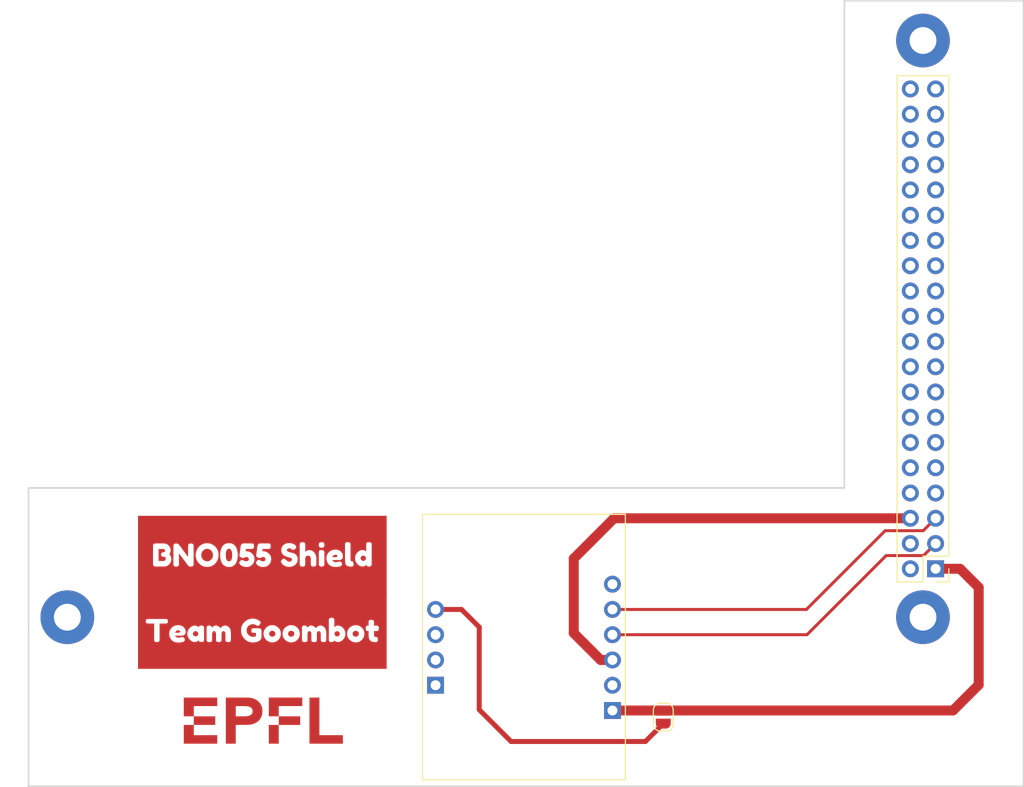
<source format=kicad_pcb>
(kicad_pcb (version 20221018) (generator pcbnew)
  (layers (0 "F.Cu" signal) (31 "B.Cu" signal) (34 "B.Paste" user) (35 "F.Paste" user) (36 "B.SilkS" user "B.Silkscreen") (37 "F.SilkS" user "F.Silkscreen") (38 "B.Mask" user) (39 "F.Mask" user) (44 "Edge.Cuts" user))
  (net 0 "")
  (net 1 "+3V3")
  (net 2 "GND")
  (net 3 "/SDA")
  (net 4 "/SCL")
  (net 5 "Net-(JP1-A)")
  (footprint "kibuzzard-6431C73E" (layer "F.Cu") (at 124.3 124.4)
    (fp_text reference "kibuzzard-6431C73E" hide)
    (fp_text value "G***" hide)
    (fp_poly (pts (xy 7.431087 0.265113) (xy 7.551738 0.163513) (xy 7.496175 0.046038) (xy 7.337425 0.001588) (xy 7.132637 0.085725) (xy 7.031037 0.265113) (xy 7.431087 0.265113)) (fill solid) (layer "F.Cu"))
    (fp_poly (pts (xy 9.952038 0.563563) (xy 10.152063 0.649288) (xy 10.347325 0.563563) (xy 10.425113 0.37465) (xy 10.3505 0.182563) (xy 10.148888 0.093663) (xy 9.945688 0.180975) (xy 9.869488 0.373063) (xy 9.952038 0.563563)) (fill solid) (layer "F.Cu"))
    (fp_poly (pts (xy -9.707563 0.427038) (xy -9.725025 0.306388) (xy -9.783763 0.242888) (xy -9.961563 0.217488) (xy -10.133013 0.173038) (xy -10.190163 -0.009525) (xy -10.131425 -0.192087) (xy -9.936163 -0.236537) (xy -9.783763 -0.303212) (xy -9.774238 -0.417512) (xy -9.826625 -0.528637) (xy -9.983788 -0.560387) (xy -10.428288 -0.560387) (xy -10.428288 0.642938) (xy -9.907588 0.642938) (xy -9.757569 0.588963) (xy -9.707563 0.427038)) (fill solid) (layer "F.Cu"))
    (fp_poly (pts (xy -3.357563 0.687388) (xy -3.214489 0.648494) (xy -3.112294 0.531812) (xy -3.050977 0.337344) (xy -3.030538 0.065088) (xy -3.030538 0.046038) (xy -3.050778 -0.233164) (xy -3.1115 -0.432594) (xy -3.212703 -0.552252) (xy -3.354388 -0.592137) (xy -3.496072 -0.552152) (xy -3.597275 -0.432197) (xy -3.657997 -0.232271) (xy -3.678238 0.047625) (xy -3.658195 0.327521) (xy -3.598069 0.527447) (xy -3.497858 0.647402) (xy -3.357563 0.687388)) (fill solid) (layer "F.Cu"))
    (fp_poly (pts (xy -6.138863 0.049213) (xy -6.118578 0.225778) (xy -6.057724 0.378707) (xy -5.9563 0.508) (xy -5.763022 0.640159) (xy -5.548313 0.684213) (xy -5.334 0.64135) (xy -5.141913 0.512763) (xy -5.041371 0.38541) (xy -4.981046 0.231951) (xy -4.960938 0.052388) (xy -4.981222 -0.127529) (xy -5.042076 -0.282046) (xy -5.1435 -0.411162) (xy -5.336778 -0.542131) (xy -5.551487 -0.585787) (xy -5.7658 -0.541734) (xy -5.957888 -0.409575) (xy -6.058429 -0.280282) (xy -6.118754 -0.127353) (xy -6.138863 0.049213)) (fill solid) (layer "F.Cu"))
    (fp_poly (pts (xy -11.833903 -3.898371) (xy -12.495361 -3.898371) (xy -12.495361 3.898371) (xy -11.833903 3.898371) (xy -9.875838 3.898371) (xy -9.875838 1.204913) (xy -10.710863 1.204913) (xy -10.887075 1.17475) (xy -10.971213 1.084263) (xy -10.990263 0.919163) (xy -10.990263 -0.842962) (xy -10.9855 -0.954088) (xy -10.955338 -1.036637) (xy -10.8712 -1.100931) (xy -10.707688 -1.122362) (xy -9.907588 -1.122362) (xy -9.723438 -1.099785) (xy -9.560454 -1.032051) (xy -9.418638 -0.919163) (xy -9.303985 -0.772407) (xy -9.235193 -0.607307) (xy -9.212263 -0.423862) (xy -9.242425 -0.223044) (xy -9.332913 -0.039687) (xy -9.228843 0.114476) (xy -9.166401 0.280635) (xy -9.145588 0.458788) (xy -9.172575 0.658989) (xy -9.245071 0.83626) (xy -9.363075 0.9906) (xy -9.513888 1.109663) (xy -9.684808 1.1811) (xy -9.875838 1.204913) (xy -9.875838 3.898371) (xy -7.189788 3.898371) (xy -7.189788 1.208088) (xy -7.361238 1.189038) (xy -7.440613 1.128713) (xy -7.665156 0.829557) (xy -7.862535 0.56709) (xy -8.03275 0.341313) (xy -8.175801 0.152224) (xy -8.291689 -0.000176) (xy -8.380413 -0.115887) (xy -8.380413 0.928688) (xy -8.385175 1.039813) (xy -8.415338 1.122363) (xy -8.499475 1.186656) (xy -8.662988 1.208088) (xy -8.821738 1.186656) (xy -8.904288 1.122363) (xy -8.93445 1.036638) (xy -8.939213 0.925513) (xy -8.939213 -0.846137) (xy -8.90905 -1.02235) (xy -8.818563 -1.096962) (xy -8.662988 -1.116013) (xy -8.512175 -1.09855) (xy -8.434388 -1.058862) (xy -8.361363 -0.976312) (xy -8.150401 -0.689769) (xy -7.964135 -0.437621) (xy -7.802563 -0.219869) (xy -7.665685 -0.036512) (xy -7.553501 0.112448) (xy -7.466013 0.227013) (xy -7.466013 -0.846137) (xy -7.43585 -1.02235) (xy -7.345363 -1.096962) (xy -7.19455 -1.116013) (xy -7.0485 -1.100137) (xy -6.96595 -1.062037) (xy -6.926263 -0.995362) (xy -6.907213 -0.833437) (xy -6.907213 0.928688) (xy -6.911975 1.039813) (xy -6.942138 1.122363) (xy -7.026275 1.186656) (xy -7.189788 1.208088) (xy -7.189788 3.898371) (xy -5.541963 3.898371) (xy -5.541963 1.246188) (xy -5.774234 1.224359) (xy -5.988447 1.158875) (xy -6.184602 1.049734) (xy -6.3627 0.896938) (xy -6.510635 0.713978) (xy -6.616303 0.51435) (xy -6.679704 0.298053) (xy -6.700838 0.065088) (xy -6.677025 -0.190103) (xy -6.605588 -0.428625) (xy -6.494463 -0.640159) (xy -6.351588 -0.814387) (xy -6.180931 -0.953294) (xy -5.986463 -1.058862) (xy -5.776913 -1.125537) (xy -5.561013 -1.147762) (xy -5.333802 -1.12653) (xy -5.122069 -1.062831) (xy -4.925814 -0.956667) (xy -4.745038 -0.808037) (xy -4.59363 -0.627955) (xy -4.485481 -0.427434) (xy -4.420592 -0.206474) (xy -4.398963 0.034925) (xy -4.4196 0.277217) (xy -4.481513 0.500856) (xy -4.5847 0.705842) (xy -4.729163 0.892175) (xy -4.903788 1.047055) (xy -5.097463 1.157684) (xy -5.310188 1.224062) (xy -5.541963 1.246188) (xy -5.541963 3.898371) (xy -3.351213 3.898371) (xy -3.351213 1.252538) (xy -3.554809 1.231503) (xy -3.7338 1.1684) (xy -3.882231 1.074341) (xy -3.99415 0.960438) (xy -4.079478 0.824706) (xy -4.148138 0.665163) (xy -4.19929 0.475015) (xy -4.229982 0.26864) (xy -4.240213 0.046038) (xy -4.231922 -0.155399) (xy -4.207051 -0.336374) (xy -4.1656 -0.496887) (xy -4.086622 -0.698103) (xy -3.998913 -0.8509) (xy -3.888184 -0.969169) (xy -3.74015 -1.0668) (xy -3.560366 -1.132284) (xy -3.354388 -1.154113) (xy -3.149203 -1.132681) (xy -2.9718 -1.068388) (xy -2.82575 -0.972344) (xy -2.714625 -0.855662) (xy -2.630091 -0.71755) (xy -2.563812 -0.557212) (xy -2.510896 -0.362832) (xy -2.479146 -0.16069) (xy -2.468562 0.049213) (xy -2.484041 0.321667) (xy -2.530475 0.564356) (xy -2.607866 0.77728) (xy -2.716212 0.960438) (xy -2.826147 1.076325) (xy -2.9718 1.169988) (xy -3.148409 1.2319) (xy -3.351213 1.252538) (xy -3.351213 3.898371) (xy -1.582738 3.898371) (xy -1.582738 1.252538) (xy -1.773237 1.235957) (xy -1.951038 1.186215) (xy -2.116138 1.103313) (xy -2.195513 1.042988) (xy -2.220912 1.020763) (xy -2.341563 0.830263) (xy -2.224087 0.623888) (xy -2.039938 0.519113) (xy -1.827212 0.620713) (xy -1.628775 0.687388) (xy -1.419225 0.627063) (xy -1.350963 0.460375) (xy -1.425575 0.2921) (xy -1.595438 0.230188) (xy -1.747838 0.287338) (xy -1.920875 0.360363) (xy -2.1209 0.300038) (xy -2.268537 0.2032) (xy -2.303463 0.125413) (xy -2.287588 -0.023019) (xy -2.239963 -0.385762) (xy -2.191544 -0.74295) (xy -2.173288 -0.874712) (xy -2.151063 -0.941387) (xy -2.105025 -1.027112) (xy -2.022475 -1.095375) (xy -1.893888 -1.125537) (xy -1.411288 -1.122362) (xy -1.112838 -1.122362) (xy -1.001713 -1.1176) (xy -0.919163 -1.087437) (xy -0.854869 -1.001713) (xy -0.833437 -0.833437) (xy -0.853281 -0.680244) (xy -0.912813 -0.601662) (xy -0.9906 -0.5715) (xy -1.093788 -0.566737) (xy -1.649413 -0.566737) (xy -1.681163 -0.325437) (xy -1.570037 -0.331787) (xy -1.375657 -0.306564) (xy -1.194682 -0.230893) (xy -1.027113 -0.104775) (xy -0.893057 0.057856) (xy -0.812624 0.243064) (xy -0.785812 0.45085) (xy -0.811213 0.659694) (xy -0.887412 0.848078) (xy -1.014413 1.016) (xy -1.17916 1.14741) (xy -1.368601 1.226256) (xy -1.582738 1.252538) (xy -1.582738 3.898371) (xy 0.100013 3.898371) (xy 0.100013 1.252538) (xy -0.090487 1.235957) (xy -0.268288 1.186215) (xy -0.433388 1.103313) (xy -0.512763 1.042988) (xy -0.538162 1.020763) (xy -0.658813 0.830263) (xy -0.541337 0.623888) (xy -0.357188 0.519113) (xy -0.144462 0.620713) (xy 0.053975 0.687388) (xy 0.263525 0.627063) (xy 0.331787 0.460375) (xy 0.257175 0.2921) (xy 0.087312 0.230188) (xy -0.065088 0.287338) (xy -0.238125 0.360363) (xy -0.43815 0.300038) (xy -0.585787 0.2032) (xy -0.620713 0.125413) (xy -0.604838 -0.023019) (xy -0.557213 -0.385762) (xy -0.508794 -0.74295) (xy -0.490537 -0.874712) (xy -0.468313 -0.941387) (xy -0.422275 -1.027112) (xy -0.339725 -1.095375) (xy -0.211138 -1.125537) (xy 0.271462 -1.122362) (xy 0.569912 -1.122362) (xy 0.681037 -1.1176) (xy 0.763587 -1.087437) (xy 0.827881 -1.001713) (xy 0.849313 -0.833437) (xy 0.829469 -0.680244) (xy 0.769937 -0.601662) (xy 0.69215 -0.5715) (xy 0.588962 -0.566737) (xy 0.033337 -0.566737) (xy 0.001588 -0.325437) (xy 0.112713 -0.331787) (xy 0.307093 -0.306564) (xy 0.488068 -0.230893) (xy 0.655637 -0.104775) (xy 0.789693 0.057856) (xy 0.870126 0.243064) (xy 0.896938 0.45085) (xy 0.871537 0.659694) (xy 0.795338 0.848078) (xy 0.668337 1.016) (xy 0.50359 1.14741) (xy 0.314149 1.226256) (xy 0.100013 1.252538) (xy 0.100013 3.898371) (xy 2.703512 3.898371) (xy 2.703512 1.239838) (xy 2.558256 1.230709) (xy 2.420937 1.203325) (xy 2.205037 1.112838) (xy 2.062162 1.012825) (xy 1.970087 0.915988) (xy 1.941513 0.881063) (xy 1.858962 0.6985) (xy 1.893094 0.604441) (xy 1.995488 0.484188) (xy 2.163762 0.407987) (xy 2.270125 0.447675) (xy 2.411412 0.566738) (xy 2.538413 0.669925) (xy 2.690813 0.719138) (xy 2.854854 0.692326) (xy 2.953279 0.611893) (xy 2.986088 0.477838) (xy 2.905125 0.3556) (xy 2.703512 0.284163) (xy 2.5781 0.255191) (xy 2.443163 0.212725) (xy 2.308225 0.159147) (xy 2.182813 0.096838) (xy 2.072084 0.010716) (xy 1.9812 -0.1143) (xy 1.920478 -0.273447) (xy 1.900238 -0.461962) (xy 1.923344 -0.640292) (xy 1.992665 -0.802746) (xy 2.1082 -0.949325) (xy 2.263599 -1.06486) (xy 2.452511 -1.134181) (xy 2.674938 -1.157287) (xy 2.857103 -1.144984) (xy 3.0226 -1.108075) (xy 3.240088 -1.008062) (xy 3.319462 -0.947737) (xy 3.417888 -0.792163) (xy 3.341687 -0.617538) (xy 3.23215 -0.498475) (xy 3.119437 -0.458787) (xy 2.954337 -0.522287) (xy 2.917825 -0.554037) (xy 2.868613 -0.595312) (xy 2.69875 -0.636588) (xy 2.5273 -0.587375) (xy 2.459037 -0.45085) (xy 2.54 -0.309562) (xy 2.741613 -0.236537) (xy 2.867819 -0.212328) (xy 3.005137 -0.1778) (xy 3.142456 -0.133747) (xy 3.268663 -0.080962) (xy 3.379391 -0.002778) (xy 3.470275 0.117475) (xy 3.530997 0.275034) (xy 3.551237 0.465138) (xy 3.5306 0.659209) (xy 3.468687 0.828675) (xy 3.373438 0.967978) (xy 3.252787 1.071563) (xy 3.077457 1.165049) (xy 2.894365 1.22114) (xy 2.703512 1.239838) (xy 2.703512 3.898371) (xy 5.145088 3.898371) (xy 5.145088 1.208088) (xy 4.987925 1.18745) (xy 4.903788 1.125538) (xy 4.873625 1.039813) (xy 4.868863 0.925513) (xy 4.868863 0.369888) (xy 4.795838 0.166688) (xy 4.6101 0.093663) (xy 4.411663 0.161925) (xy 4.313238 0.315913) (xy 4.313238 0.931863) (xy 4.308475 1.0414) (xy 4.278313 1.125538) (xy 4.196556 1.18745) (xy 4.033838 1.208088) (xy 3.872706 1.186656) (xy 3.789363 1.122363) (xy 3.762375 1.039813) (xy 3.757612 0.928688) (xy 3.757612 -0.969962) (xy 3.762375 -1.0795) (xy 3.789363 -1.160462) (xy 3.8735 -1.224756) (xy 4.037013 -1.246187) (xy 4.19735 -1.224756) (xy 4.278313 -1.160462) (xy 4.308475 -1.076325) (xy 4.313238 -0.966788) (xy 4.313238 -0.265113) (xy 4.485481 -0.410369) (xy 4.684713 -0.458787) (xy 4.884561 -0.431976) (xy 5.060774 -0.351543) (xy 5.21335 -0.217487) (xy 5.330649 -0.044626) (xy 5.401028 0.152224) (xy 5.424488 0.373063) (xy 5.424488 0.931863) (xy 5.419725 1.0414) (xy 5.389563 1.125538) (xy 5.307806 1.18745) (xy 5.145088 1.208088) (xy 5.145088 3.898371) (xy 5.954713 3.898371) (xy 5.954713 1.208088) (xy 5.793581 1.186656) (xy 5.710238 1.122363) (xy 5.68325 1.039813) (xy 5.678487 0.928688) (xy 5.678487 -0.185737) (xy 5.68325 -0.295275) (xy 5.710238 -0.379412) (xy 5.794375 -0.441325) (xy 5.9563 -0.461762) (xy 5.9563 -0.690562) (xy 5.795963 -0.709612) (xy 5.711825 -0.776287) (xy 5.68325 -0.860425) (xy 5.678487 -0.969962) (xy 5.68325 -1.0795) (xy 5.710238 -1.160462) (xy 5.794375 -1.224756) (xy 5.957888 -1.246187) (xy 6.118225 -1.224756) (xy 6.199187 -1.160462) (xy 6.22935 -1.076325) (xy 6.234112 -0.966788) (xy 6.22935 -0.85725) (xy 6.200775 -0.7747) (xy 6.116637 -0.709612) (xy 5.9563 -0.690562) (xy 5.9563 -0.461762) (xy 5.957888 -0.461962) (xy 6.173788 -0.407987) (xy 6.230938 -0.271462) (xy 6.234112 -0.179387) (xy 6.234112 0.931863) (xy 6.22935 1.0414) (xy 6.199187 1.125538) (xy 6.117431 1.18745) (xy 5.954713 1.208088) (xy 5.954713 3.898371) (xy 7.342188 3.898371) (xy 7.342188 1.249363) (xy 7.120334 1.229122) (xy 6.924675 1.1684) (xy 6.762353 1.074341) (xy 6.640513 0.954088) (xy 6.529387 0.775935) (xy 6.462713 0.584376) (xy 6.440488 0.379413) (xy 6.469239 0.130528) (xy 6.555493 -0.082726) (xy 6.69925 -0.26035) (xy 6.886046 -0.393524) (xy 7.101417 -0.473428) (xy 7.345363 -0.500062) (xy 7.551341 -0.480616) (xy 7.72795 -0.422275) (xy 7.875191 -0.325041) (xy 7.993063 -0.188912) (xy 8.074025 -0.016272) (xy 8.101012 0.17145) (xy 8.076803 0.341313) (xy 8.004175 0.460375) (xy 7.789863 0.554038) (xy 7.037387 0.554038) (xy 7.142163 0.703263) (xy 7.351713 0.763588) (xy 7.516019 0.754063) (xy 7.640638 0.725488) (xy 7.675563 0.712788) (xy 7.802563 0.677863) (xy 7.977188 0.820738) (xy 8.018463 0.966788) (xy 7.976195 1.090414) (xy 7.849394 1.178719) (xy 7.638058 1.231702) (xy 7.342188 1.249363) (xy 7.342188 3.898371) (xy 8.967788 3.898371) (xy 8.967788 1.209675) (xy 8.713788 1.195388) (xy 8.512175 1.139031) (xy 8.396288 1.033463) (xy 8.329613 0.83185) (xy 8.307388 0.538163) (xy 8.307388 -0.973137) (xy 8.31215 -1.082675) (xy 8.339138 -1.166813) (xy 8.423275 -1.231106) (xy 8.586788 -1.252538) (xy 8.74395 -1.231106) (xy 8.828088 -1.166813) (xy 8.85825 -1.081088) (xy 8.863013 -0.969962) (xy 8.863013 0.500063) (xy 8.882063 0.644525) (xy 8.9662 0.674688) (xy 9.053513 0.67945) (xy 9.107488 0.706437) (xy 9.170988 0.931863) (xy 9.155113 1.092994) (xy 9.107488 1.176338) (xy 8.967788 1.209675) (xy 8.967788 3.898371) (xy 10.68705 3.898371) (xy 10.68705 1.204913) (xy 10.515203 1.166019) (xy 10.440988 1.049338) (xy 10.281444 1.163638) (xy 10.069513 1.201738) (xy 9.884657 1.174044) (xy 9.71109 1.090965) (xy 9.548813 0.9525) (xy 9.418285 0.777169) (xy 9.339968 0.583494) (xy 9.313863 0.371475) (xy 9.340144 0.159279) (xy 9.41899 -0.034925) (xy 9.5504 -0.211137) (xy 9.713207 -0.350485) (xy 9.886244 -0.434093) (xy 10.069513 -0.461962) (xy 10.278269 -0.422275) (xy 10.434638 -0.303212) (xy 10.434638 -0.969962) (xy 10.4394 -1.0795) (xy 10.467975 -1.16205) (xy 10.552113 -1.227138) (xy 10.71245 -1.246187) (xy 10.872788 -1.227138) (xy 10.956925 -1.160462) (xy 10.9855 -1.076325) (xy 10.990263 -0.966788) (xy 10.990263 0.928688) (xy 10.9855 1.038225) (xy 10.955338 1.119188) (xy 10.864453 1.183481) (xy 10.68705 1.204913) (xy 10.68705 3.898371) (xy 11.833903 3.898371) (xy 12.495361 3.898371) (xy 12.495361 -3.898371) (xy 11.833903 -3.898371) (xy -11.833903 -3.898371)) (fill solid) (layer "F.Cu"))
  )
  (footprint "0_sensor:BNO055" (layer "F.Cu") (at 159.49 135 90)
    (fp_text reference "U1" hide)
    (fp_text value "~")
    (fp_rect (start -12.05 -19.1) (end 14.65 1.3) (stroke (width 0.12)) (fill none) (layer "F.SilkS"))
    (pad "1" thru_hole rect (at -5.08 0 180) (size 1.7 1.7) (drill 1) (layers "*.Cu" "*.Mask") (net 1 "+3V3"))
    (pad "2" thru_hole oval (at -2.54 0 180) (size 1.7 1.7) (drill 1) (layers "*.Cu" "*.Mask"))
    (pad "3" thru_hole oval (at 0 0 180) (size 1.7 1.7) (drill 1) (layers "*.Cu" "*.Mask") (net 2 "GND"))
    (pad "4" thru_hole oval (at 2.54 0 180) (size 1.7 1.7) (drill 1) (layers "*.Cu" "*.Mask") (net 3 "/SDA"))
    (pad "5" thru_hole oval (at 5.08 0 180) (size 1.7 1.7) (drill 1) (layers "*.Cu" "*.Mask") (net 4 "/SCL"))
    (pad "6" thru_hole oval (at 7.62 0 180) (size 1.7 1.7) (drill 1) (layers "*.Cu" "*.Mask"))
    (pad "7" thru_hole oval (at 5.08 -17.78 180) (size 1.7 1.7) (drill 1) (layers "*.Cu" "*.Mask") (net 5 "Net-(JP1-A)"))
    (pad "8" thru_hole oval (at 2.54 -17.78 180) (size 1.7 1.7) (drill 1) (layers "*.Cu" "*.Mask"))
    (pad "9" thru_hole oval (at 0 -17.78 180) (size 1.7 1.7) (drill 1) (layers "*.Cu" "*.Mask"))
    (pad "10" thru_hole rect (at -2.54 -17.78 180) (size 1.7 1.7) (drill 1) (layers "*.Cu" "*.Mask"))
  )
  (footprint "kibuzzard-6431C739" (layer "F.Cu") (at 124.3 132)
    (fp_text reference "kibuzzard-6431C739" hide)
    (fp_text value "G***" hide)
    (fp_poly (pts (xy -8.372475 0.263525) (xy -8.251825 0.161925) (xy -8.307388 0.04445) (xy -8.466138 0) (xy -8.670925 0.084137) (xy -8.772525 0.263525) (xy -8.372475 0.263525)) (fill solid) (layer "F.Cu"))
    (fp_poly (pts (xy -6.988175 0.371475) (xy -6.905625 0.560387) (xy -6.7056 0.644525) (xy -6.510338 0.5588) (xy -6.43255 0.369887) (xy -6.507163 0.1778) (xy -6.707188 0.0889) (xy -6.910388 0.1778) (xy -6.988175 0.371475)) (fill solid) (layer "F.Cu"))
    (fp_poly (pts (xy 7.319963 0.561975) (xy 7.515225 0.6477) (xy 7.71525 0.561975) (xy 7.7978 0.371475) (xy 7.7216 0.179387) (xy 7.5184 0.092075) (xy 7.316788 0.180975) (xy 7.242175 0.373062) (xy 7.319963 0.561975)) (fill solid) (layer "F.Cu"))
    (fp_poly (pts (xy 0.784225 0.598487) (xy 0.9906 0.676275) (xy 1.20015 0.5969) (xy 1.278731 0.498475) (xy 1.304925 0.36195) (xy 1.280319 0.226219) (xy 1.2065 0.130175) (xy 0.993775 0.053975) (xy 0.78105 0.13335) (xy 0.707231 0.231378) (xy 0.682625 0.366712) (xy 0.708025 0.50165) (xy 0.784225 0.598487)) (fill solid) (layer "F.Cu"))
    (fp_poly (pts (xy 2.689225 0.598487) (xy 2.8956 0.676275) (xy 3.10515 0.5969) (xy 3.183731 0.498475) (xy 3.209925 0.36195) (xy 3.185319 0.226219) (xy 3.1115 0.130175) (xy 2.898775 0.053975) (xy 2.68605 0.13335) (xy 2.612231 0.231378) (xy 2.587625 0.366712) (xy 2.613025 0.50165) (xy 2.689225 0.598487)) (fill solid) (layer "F.Cu"))
    (fp_poly (pts (xy 9.17575 0.598487) (xy 9.382125 0.676275) (xy 9.591675 0.5969) (xy 9.670256 0.498475) (xy 9.69645 0.36195) (xy 9.671844 0.226219) (xy 9.598025 0.130175) (xy 9.3853 0.053975) (xy 9.172575 0.13335) (xy 9.098756 0.231378) (xy 9.07415 0.366712) (xy 9.09955 0.50165) (xy 9.17575 0.598487)) (fill solid) (layer "F.Cu"))
    (fp_poly (pts (xy -11.833903 -3.893608) (xy -12.495361 -3.893608) (xy -12.495361 3.893608) (xy -11.833903 3.893608) (xy -10.6045 3.893608) (xy -10.6045 1.2065) (xy -10.761663 1.18745) (xy -10.844213 1.122362) (xy -10.872788 1.039812) (xy -10.87755 0.930275) (xy -10.87755 -0.663575) (xy -11.48715 -0.663575) (xy -11.636375 -0.687388) (xy -11.699875 -0.762) (xy -11.71575 -0.89535) (xy -11.699875 -1.027113) (xy -11.6459 -1.095375) (xy -11.483975 -1.12395) (xy -9.718675 -1.12395) (xy -9.56945 -1.100138) (xy -9.50595 -1.025525) (xy -9.490075 -0.892175) (xy -9.50595 -0.760413) (xy -9.559925 -0.69215) (xy -9.72185 -0.663575) (xy -10.328275 -0.663575) (xy -10.328275 0.93345) (xy -10.333038 1.0414) (xy -10.361613 1.122362) (xy -10.44575 1.18745) (xy -10.6045 1.2065) (xy -10.6045 3.893608) (xy -8.461375 3.893608) (xy -8.461375 1.247775) (xy -8.683228 1.227534) (xy -8.878888 1.166812) (xy -9.041209 1.072753) (xy -9.16305 0.9525) (xy -9.274175 0.774347) (xy -9.34085 0.582789) (xy -9.363075 0.377825) (xy -9.334324 0.12894) (xy -9.248069 -0.084314) (xy -9.104312 -0.261938) (xy -8.917517 -0.395111) (xy -8.702146 -0.475015) (xy -8.4582 -0.50165) (xy -8.252222 -0.482203) (xy -8.075613 -0.423863) (xy -7.928372 -0.326628) (xy -7.8105 -0.1905) (xy -7.729538 -0.017859) (xy -7.70255 0.169862) (xy -7.726759 0.339725) (xy -7.799388 0.458787) (xy -8.0137 0.55245) (xy -8.766175 0.55245) (xy -8.6614 0.701675) (xy -8.45185 0.762) (xy -8.287544 0.752475) (xy -8.162925 0.7239) (xy -8.128 0.7112) (xy -8.001 0.676275) (xy -7.826375 0.81915) (xy -7.7851 0.9652) (xy -7.827367 1.088827) (xy -7.954169 1.177131) (xy -8.165505 1.230114) (xy -8.461375 1.247775) (xy -8.461375 3.893608) (xy -6.107113 3.893608) (xy -6.107113 1.20015) (xy -6.338888 1.157287) (xy -6.40715 1.031875) (xy -6.563916 1.158081) (xy -6.799263 1.20015) (xy -6.977944 1.172281) (xy -7.147807 1.088672) (xy -7.30885 0.949325) (xy -7.439378 0.773112) (xy -7.517694 0.578908) (xy -7.5438 0.366712) (xy -7.517518 0.154693) (xy -7.438672 -0.038982) (xy -7.307263 -0.214313) (xy -7.144456 -0.352778) (xy -6.971418 -0.435857) (xy -6.78815 -0.46355) (xy -6.5913 -0.42545) (xy -6.467475 -0.354013) (xy -6.410325 -0.288925) (xy -6.338094 -0.422275) (xy -6.1595 -0.466725) (xy -5.97535 -0.447675) (xy -5.891213 -0.381) (xy -5.862638 -0.296863) (xy -5.857875 -0.187325) (xy -5.857875 0.923925) (xy -5.862638 1.033462) (xy -5.889625 1.1176) (xy -5.966222 1.179512) (xy -6.107113 1.20015) (xy -6.107113 3.893608) (xy -3.43535 3.893608) (xy -3.43535 1.2065) (xy -3.596481 1.184275) (xy -3.679825 1.1176) (xy -3.706812 1.033462) (xy -3.711575 0.923925) (xy -3.711575 0.3683) (xy -3.760787 0.161131) (xy -3.908425 0.092075) (xy -4.059238 0.1651) (xy -4.098925 0.371475) (xy -4.098925 0.9271) (xy -4.103687 1.038225) (xy -4.13385 1.120775) (xy -4.217988 1.185069) (xy -4.3815 1.2065) (xy -4.542631 1.184275) (xy -4.625975 1.1176) (xy -4.652963 1.033462) (xy -4.657725 0.923925) (xy -4.657725 0.3683) (xy -4.706938 0.161131) (xy -4.854575 0.092075) (xy -4.99745 0.161131) (xy -5.045075 0.3683) (xy -5.045075 0.930275) (xy -5.049838 1.039812) (xy -5.08 1.12395) (xy -5.165725 1.185862) (xy -5.32765 1.2065) (xy -5.488781 1.185069) (xy -5.572125 1.120775) (xy -5.599112 1.038225) (xy -5.603875 0.9271) (xy -5.603875 -0.1905) (xy -5.599112 -0.300038) (xy -5.56895 -0.381) (xy -5.488781 -0.445294) (xy -5.343525 -0.466725) (xy -5.11175 -0.409575) (xy -5.057775 -0.244475) (xy -4.893469 -0.413544) (xy -4.699 -0.4699) (xy -4.501444 -0.439208) (xy -4.340578 -0.347133) (xy -4.2164 -0.193675) (xy -4.132263 -0.293688) (xy -3.9751 -0.407988) (xy -3.75285 -0.4699) (xy -3.519488 -0.421084) (xy -3.3274 -0.274638) (xy -3.23215 -0.116064) (xy -3.175 0.099307) (xy -3.15595 0.371475) (xy -3.15595 0.9271) (xy -3.160712 1.036637) (xy -3.190875 1.120775) (xy -3.272631 1.185069) (xy -3.43535 1.2065) (xy -3.43535 3.893608) (xy -0.974725 3.893608) (xy -0.974725 1.23825) (xy -1.203523 1.215926) (xy -1.416844 1.148953) (xy -1.614686 1.037332) (xy -1.79705 0.881062) (xy -1.949847 0.693241) (xy -2.058988 0.486966) (xy -2.124472 0.262235) (xy -2.1463 0.01905) (xy -2.124075 -0.222945) (xy -2.0574 -0.444103) (xy -1.946275 -0.644426) (xy -1.7907 -0.823913) (xy -1.604963 -0.971848) (xy -1.40335 -1.077516) (xy -1.185863 -1.140916) (xy -0.9525 -1.16205) (xy -0.707319 -1.134533) (xy -0.471311 -1.051983) (xy -0.244475 -0.9144) (xy -0.15875 -0.773113) (xy -0.231775 -0.593725) (xy -0.350044 -0.467519) (xy -0.4572 -0.42545) (xy -0.650875 -0.512763) (xy -0.796925 -0.578247) (xy -0.968375 -0.600075) (xy -1.196181 -0.557609) (xy -1.397 -0.430213) (xy -1.537494 -0.234156) (xy -1.584325 0.014287) (xy -1.563158 0.188207) (xy -1.499658 0.343782) (xy -1.393825 0.481012) (xy -1.190625 0.625078) (xy -0.962025 0.6731) (xy -0.796131 0.658812) (xy -0.6477 0.61595) (xy -0.6477 0.269875) (xy -0.898525 0.269875) (xy -1.038225 0.244475) (xy -1.0922 0.169862) (xy -1.1049 0.036512) (xy -1.090613 -0.098425) (xy -1.038225 -0.168275) (xy -0.885825 -0.19685) (xy -0.327025 -0.19685) (xy -0.117475 -0.10795) (xy -0.085725 0.06985) (xy -0.085725 0.76835) (xy -0.174625 0.962025) (xy -0.324644 1.082873) (xy -0.508 1.169194) (xy -0.724694 1.220986) (xy -0.974725 1.23825) (xy -0.974725 3.893608) (xy 0.993775 3.893608) (xy 0.993775 1.235075) (xy 0.7874 1.209278) (xy 0.587375 1.131887) (xy 0.406003 1.004094) (xy 0.255588 0.827087) (xy 0.154384 0.612378) (xy 0.12065 0.371475) (xy 0.150283 0.132292) (xy 0.239183 -0.077258) (xy 0.38735 -0.257175) (xy 0.573617 -0.394758) (xy 0.776817 -0.477308) (xy 0.99695 -0.504825) (xy 1.216731 -0.477485) (xy 1.418872 -0.395464) (xy 1.603375 -0.258763) (xy 1.749778 -0.079728) (xy 1.837619 0.129293) (xy 1.8669 0.3683) (xy 1.832769 0.617141) (xy 1.730375 0.836612) (xy 1.579166 1.014412) (xy 1.398588 1.138238) (xy 1.199753 1.210866) (xy 0.993775 1.235075) (xy 0.993775 3.893608) (xy 2.898775 3.893608) (xy 2.898775 1.235075) (xy 2.6924 1.209278) (xy 2.492375 1.131887) (xy 2.311003 1.004094) (xy 2.160588 0.827087) (xy 2.059384 0.612378) (xy 2.02565 0.371475) (xy 2.055283 0.132292) (xy 2.144183 -0.077258) (xy 2.29235 -0.257175) (xy 2.478617 -0.394758) (xy 2.681817 -0.477308) (xy 2.90195 -0.504825) (xy 3.121731 -0.477485) (xy 3.323872 -0.395464) (xy 3.508375 -0.258763) (xy 3.654778 -0.079728) (xy 3.742619 0.129293) (xy 3.7719 0.3683) (xy 3.737769 0.617141) (xy 3.635375 0.836612) (xy 3.484166 1.014412) (xy 3.303588 1.138238) (xy 3.104753 1.210866) (xy 2.898775 1.235075) (xy 2.898775 3.893608) (xy 6.1468 3.893608) (xy 6.1468 1.2065) (xy 5.985669 1.184275) (xy 5.902325 1.1176) (xy 5.875338 1.033462) (xy 5.870575 0.923925) (xy 5.870575 0.3683) (xy 5.821363 0.161131) (xy 5.673725 0.092075) (xy 5.522913 0.1651) (xy 5.483225 0.371475) (xy 5.483225 0.9271) (xy 5.478463 1.038225) (xy 5.4483 1.120775) (xy 5.364163 1.185069) (xy 5.20065 1.2065) (xy 5.039519 1.184275) (xy 4.956175 1.1176) (xy 4.929188 1.033462) (xy 4.924425 0.923925) (xy 4.924425 0.3683) (xy 4.875213 0.161131) (xy 4.727575 0.092075) (xy 4.5847 0.161131) (xy 4.537075 0.3683) (xy 4.537075 0.930275) (xy 4.532313 1.039812) (xy 4.50215 1.12395) (xy 4.416425 1.185862) (xy 4.2545 1.2065) (xy 4.093369 1.185069) (xy 4.010025 1.120775) (xy 3.983038 1.038225) (xy 3.978275 0.9271) (xy 3.978275 -0.1905) (xy 3.983038 -0.300038) (xy 4.0132 -0.381) (xy 4.093369 -0.445294) (xy 4.238625 -0.466725) (xy 4.4704 -0.409575) (xy 4.524375 -0.244475) (xy 4.688681 -0.413544) (xy 4.88315 -0.4699) (xy 5.080706 -0.439208) (xy 5.241572 -0.347133) (xy 5.36575 -0.193675) (xy 5.449888 -0.293688) (xy 5.60705 -0.407988) (xy 5.8293 -0.4699) (xy 6.062663 -0.421084) (xy 6.25475 -0.274638) (xy 6.35 -0.116064) (xy 6.40715 0.099307) (xy 6.4262 0.371475) (xy 6.4262 0.9271) (xy 6.421438 1.036637) (xy 6.391275 1.120775) (xy 6.309519 1.185069) (xy 6.1468 1.2065) (xy 6.1468 3.893608) (xy 6.956425 3.893608) (xy 6.956425 1.203325) (xy 6.795294 1.181894) (xy 6.71195 1.1176) (xy 6.684963 1.033462) (xy 6.6802 0.923925) (xy 6.6802 -0.97155) (xy 6.684963 -1.081088) (xy 6.71195 -1.16205) (xy 6.796088 -1.226344) (xy 6.9596 -1.247775) (xy 7.119938 -1.226344) (xy 7.2009 -1.16205) (xy 7.231063 -1.077913) (xy 7.235825 -0.968375) (xy 7.235825 -0.307975) (xy 7.389813 -0.424656) (xy 7.597775 -0.46355) (xy 7.781043 -0.435681) (xy 7.954081 -0.352072) (xy 8.116888 -0.212725) (xy 8.248297 -0.036513) (xy 8.327143 0.157692) (xy 8.353425 0.369887) (xy 8.327319 0.581907) (xy 8.249003 0.775582) (xy 8.118475 0.950912) (xy 7.957961 1.089378) (xy 7.789686 1.172457) (xy 7.61365 1.20015) (xy 7.382669 1.16205) (xy 7.229475 1.04775) (xy 7.148513 1.164431) (xy 6.956425 1.203325) (xy 6.956425 3.893608) (xy 9.3853 3.893608) (xy 9.3853 1.235075) (xy 9.178925 1.209278) (xy 8.9789 1.131887) (xy 8.797528 1.004094) (xy 8.647113 0.827087) (xy 8.545909 0.612378) (xy 8.512175 0.371475) (xy 8.541808 0.132292) (xy 8.630708 -0.077258) (xy 8.778875 -0.257175) (xy 8.965142 -0.394758) (xy 9.168342 -0.477308) (xy 9.388475 -0.504825) (xy 9.608256 -0.477485) (xy 9.810397 -0.395464) (xy 9.9949 -0.258763) (xy 10.141303 -0.079728) (xy 10.229144 0.129293) (xy 10.258425 0.3683) (xy 10.224294 0.617141) (xy 10.1219 0.836612) (xy 9.970691 1.014412) (xy 9.790113 1.138238) (xy 9.591278 1.210866) (xy 9.3853 1.235075) (xy 9.3853 3.893608) (xy 11.350625 3.893608) (xy 11.350625 1.2065) (xy 11.148131 1.189919) (xy 10.980914 1.140178) (xy 10.848975 1.057275) (xy 10.753725 0.934861) (xy 10.696575 0.766586) (xy 10.677525 0.55245) (xy 10.677525 0.08255) (xy 10.54735 0.092075) (xy 10.431463 0.0381) (xy 10.385425 -0.14605) (xy 10.4013 -0.334963) (xy 10.44575 -0.4191) (xy 10.57275 -0.460375) (xy 10.677525 -0.447675) (xy 10.677525 -0.7747) (xy 10.682288 -0.88265) (xy 10.71245 -0.95885) (xy 10.794206 -1.018381) (xy 10.956925 -1.038225) (xy 11.129169 -1.008856) (xy 11.2141 -0.92075) (xy 11.229975 -0.758825) (xy 11.229975 -0.447675) (xy 11.441113 -0.460375) (xy 11.549063 -0.455613) (xy 11.6332 -0.42545) (xy 11.695113 -0.343694) (xy 11.71575 -0.180975) (xy 11.694319 -0.019844) (xy 11.630025 0.0635) (xy 11.545888 0.090487) (xy 11.43635 0.09525) (xy 11.229975 0.08255) (xy 11.229975 0.5207) (xy 11.256963 0.644525) (xy 11.358563 0.682625) (xy 11.472863 0.687387) (xy 11.557 0.71755) (xy 11.630025 0.930275) (xy 11.6078 1.091406) (xy 11.541125 1.17475) (xy 11.456988 1.201737) (xy 11.350625 1.2065) (xy 11.350625 3.893608) (xy 11.833903 3.893608) (xy 12.495361 3.893608) (xy 12.495361 -3.893608) (xy 11.833903 -3.893608) (xy -11.833903 -3.893608)) (fill solid) (layer "F.Cu"))
  )
  (footprint "0_connectors:2x20 stacking headers" (layer "F.Cu") (at 191.97 125.83 180)
    (fp_text reference "J1" hide)
    (fp_text value "Jetson 40 pin header")
    (fp_line (start -1.33 -1.33) (end 0 -1.33) (stroke (width 0.12)) (layer "F.SilkS"))
    (fp_line (start -1.33 0) (end -1.33 -1.33) (stroke (width 0.12)) (layer "F.SilkS"))
    (fp_line (start -1.33 1.27) (end -1.33 49.59) (stroke (width 0.12)) (layer "F.SilkS"))
    (fp_line (start -1.33 1.27) (end 1.27 1.27) (stroke (width 0.12)) (layer "F.SilkS"))
    (fp_line (start -1.33 49.59) (end 3.87 49.59) (stroke (width 0.12)) (layer "F.SilkS"))
    (fp_line (start 1.27 -1.33) (end 3.87 -1.33) (stroke (width 0.12)) (layer "F.SilkS"))
    (fp_line (start 1.27 1.27) (end 1.27 -1.33) (stroke (width 0.12)) (layer "F.SilkS"))
    (fp_line (start 3.87 -1.33) (end 3.87 49.59) (stroke (width 0.12)) (layer "F.SilkS"))
    (pad "1" thru_hole rect (at 0 0 180) (size 1.7 1.7) (drill 1) (layers "*.Cu" "*.Mask") (net 1 "+3V3"))
    (pad "2" thru_hole oval (at 2.54 0 180) (size 1.7 1.7) (drill 1) (layers "*.Cu" "*.Mask"))
    (pad "3" thru_hole oval (at 0 2.54 180) (size 1.7 1.7) (drill 1) (layers "*.Cu" "*.Mask") (net 3 "/SDA"))
    (pad "4" thru_hole oval (at 2.54 2.54 180) (size 1.7 1.7) (drill 1) (layers "*.Cu" "*.Mask"))
    (pad "5" thru_hole oval (at 0 5.08 180) (size 1.7 1.7) (drill 1) (layers "*.Cu" "*.Mask") (net 4 "/SCL"))
    (pad "6" thru_hole oval (at 2.54 5.08 180) (size 1.7 1.7) (drill 1) (layers "*.Cu" "*.Mask") (net 2 "GND"))
    (pad "7" thru_hole oval (at 0 7.62 180) (size 1.7 1.7) (drill 1) (layers "*.Cu" "*.Mask"))
    (pad "8" thru_hole oval (at 2.54 7.62 180) (size 1.7 1.7) (drill 1) (layers "*.Cu" "*.Mask"))
    (pad "9" thru_hole oval (at 0 10.16 180) (size 1.7 1.7) (drill 1) (layers "*.Cu" "*.Mask"))
    (pad "10" thru_hole oval (at 2.54 10.16 180) (size 1.7 1.7) (drill 1) (layers "*.Cu" "*.Mask"))
    (pad "11" thru_hole oval (at 0 12.7 180) (size 1.7 1.7) (drill 1) (layers "*.Cu" "*.Mask"))
    (pad "12" thru_hole oval (at 2.54 12.7 180) (size 1.7 1.7) (drill 1) (layers "*.Cu" "*.Mask"))
    (pad "13" thru_hole oval (at 0 15.24 180) (size 1.7 1.7) (drill 1) (layers "*.Cu" "*.Mask"))
    (pad "14" thru_hole oval (at 2.54 15.24 180) (size 1.7 1.7) (drill 1) (layers "*.Cu" "*.Mask"))
    (pad "15" thru_hole oval (at 0 17.78 180) (size 1.7 1.7) (drill 1) (layers "*.Cu" "*.Mask"))
    (pad "16" thru_hole oval (at 2.54 17.78 180) (size 1.7 1.7) (drill 1) (layers "*.Cu" "*.Mask"))
    (pad "17" thru_hole oval (at 0 20.32 180) (size 1.7 1.7) (drill 1) (layers "*.Cu" "*.Mask"))
    (pad "18" thru_hole oval (at 2.54 20.32 180) (size 1.7 1.7) (drill 1) (layers "*.Cu" "*.Mask"))
    (pad "19" thru_hole oval (at 0 22.86 180) (size 1.7 1.7) (drill 1) (layers "*.Cu" "*.Mask"))
    (pad "20" thru_hole oval (at 2.54 22.86 180) (size 1.7 1.7) (drill 1) (layers "*.Cu" "*.Mask"))
    (pad "21" thru_hole oval (at 0 25.4 180) (size 1.7 1.7) (drill 1) (layers "*.Cu" "*.Mask"))
    (pad "22" thru_hole oval (at 2.54 25.4 180) (size 1.7 1.7) (drill 1) (layers "*.Cu" "*.Mask"))
    (pad "23" thru_hole oval (at 0 27.94 180) (size 1.7 1.7) (drill 1) (layers "*.Cu" "*.Mask"))
    (pad "24" thru_hole oval (at 2.54 27.94 180) (size 1.7 1.7) (drill 1) (layers "*.Cu" "*.Mask"))
    (pad "25" thru_hole oval (at 0 30.48 180) (size 1.7 1.7) (drill 1) (layers "*.Cu" "*.Mask"))
    (pad "26" thru_hole oval (at 2.54 30.48 180) (size 1.7 1.7) (drill 1) (layers "*.Cu" "*.Mask"))
    (pad "27" thru_hole oval (at 0 33.02 180) (size 1.7 1.7) (drill 1) (layers "*.Cu" "*.Mask"))
    (pad "28" thru_hole oval (at 2.54 33.02 180) (size 1.7 1.7) (drill 1) (layers "*.Cu" "*.Mask"))
    (pad "29" thru_hole oval (at 0 35.56 180) (size 1.7 1.7) (drill 1) (layers "*.Cu" "*.Mask"))
    (pad "30" thru_hole oval (at 2.54 35.56 180) (size 1.7 1.7) (drill 1) (layers "*.Cu" "*.Mask"))
    (pad "31" thru_hole oval (at 0 38.1 180) (size 1.7 1.7) (drill 1) (layers "*.Cu" "*.Mask"))
    (pad "32" thru_hole oval (at 2.54 38.1 180) (size 1.7 1.7) (drill 1) (layers "*.Cu" "*.Mask"))
    (pad "33" thru_hole oval (at 0 40.64 180) (size 1.7 1.7) (drill 1) (layers "*.Cu" "*.Mask"))
    (pad "34" thru_hole oval (at 2.54 40.64 180) (size 1.7 1.7) (drill 1) (layers "*.Cu" "*.Mask"))
    (pad "35" thru_hole oval (at 0 43.18 180) (size 1.7 1.7) (drill 1) (layers "*.Cu" "*.Mask"))
    (pad "36" thru_hole oval (at 2.54 43.18 180) (size 1.7 1.7) (drill 1) (layers "*.Cu" "*.Mask"))
    (pad "37" thru_hole oval (at 0 45.72 180) (size 1.7 1.7) (drill 1) (layers "*.Cu" "*.Mask"))
    (pad "38" thru_hole oval (at 2.54 45.72 180) (size 1.7 1.7) (drill 1) (layers "*.Cu" "*.Mask"))
    (pad "39" thru_hole oval (at 0 48.26 180) (size 1.7 1.7) (drill 1) (layers "*.Cu" "*.Mask"))
    (pad "40" thru_hole oval (at 2.54 48.26 180) (size 1.7 1.7) (drill 1) (layers "*.Cu" "*.Mask"))
  )
  (footprint "Jumper:SolderJumper-2_P1.3mm_Open_RoundedPad1.0x1.5mm" (layer "F.Cu") (at 164.6 140.75 90)
    (fp_text reference "JP1" hide)
    (fp_text value "Jumper_2_Open")
    (fp_line (start -1.4 0.3) (end -1.4 -0.3) (stroke (width 0.12)) (layer "F.SilkS"))
    (fp_line (start -0.7 -1) (end 0.7 -1) (stroke (width 0.12)) (layer "F.SilkS"))
    (fp_line (start 0.7 1) (end -0.7 1) (stroke (width 0.12)) (layer "F.SilkS"))
    (fp_line (start 1.4 -0.3) (end 1.4 0.3) (stroke (width 0.12)) (layer "F.SilkS"))
    (fp_arc (start -1.4 -0.3) (mid -1.194975 -0.794975) (end -0.7 -1) (stroke (width 0.12)) (layer "F.SilkS"))
    (fp_arc (start -0.7 1) (mid -1.194975 0.794975) (end -1.4 0.3) (stroke (width 0.12)) (layer "F.SilkS"))
    (fp_arc (start 0.7 -1) (mid 1.194975 -0.794975) (end 1.4 -0.3) (stroke (width 0.12)) (layer "F.SilkS"))
    (fp_arc (start 1.4 0.3) (mid 1.194975 0.794975) (end 0.7 1) (stroke (width 0.12)) (layer "F.SilkS"))
    (pad "1" smd custom (at -0.65 0 90) (size 1 0.5) (layers "F.Cu" "F.Mask") (net 5 "Net-(JP1-A)") (options (clearance outline) (anchor rect)) (primitives (gr_circle (center 0 0.25) (end 0.5 0.25) (width 0) (fill yes)) (gr_circle (center 0 -0.25) (end 0.5 -0.25) (width 0) (fill yes)) (gr_poly (pts (xy 0.5 0.75) (xy 0 0.75) (xy 0 -0.75) (xy 0.5 -0.75)) (width 0) (fill yes))))
    (pad "2" smd custom (at 0.65 0 90) (size 1 0.5) (layers "F.Cu" "F.Mask") (net 1 "+3V3") (options (clearance outline) (anchor rect)) (primitives (gr_circle (center 0 0.25) (end 0.5 0.25) (width 0) (fill yes)) (gr_circle (center 0 -0.25) (end 0.5 -0.25) (width 0) (fill yes)) (gr_poly (pts (xy 0 0.75) (xy -0.5 0.75) (xy -0.5 -0.75) (xy 0 -0.75)) (width 0) (fill yes))))
  )
  (footprint "MountingHole:MountingHole_2.7mm_Pad" (layer "F.Cu") (at 104.7 130.7)
    (fp_text reference "H2" hide)
    (fp_text value "M2.5x18 Standoff")
    (pad "1" thru_hole circle (at 0 0) (size 5.4 5.4) (drill 2.7) (layers "*.Cu" "*.Mask"))
  )
  (footprint "MountingHole:MountingHole_2.7mm_Pad" (layer "F.Cu") (at 190.7 130.7)
    (fp_text reference "H1" hide)
    (fp_text value "M2.5x18 Standoff")
    (pad "1" thru_hole circle (at 0 0) (size 5.4 5.4) (drill 2.7) (layers "*.Cu" "*.Mask"))
  )
  (footprint "MountingHole:MountingHole_2.7mm_Pad" (layer "F.Cu") (at 190.7 72.7)
    (fp_text reference "H3" hide)
    (fp_text value "M2.5x18 Standoff")
    (pad "1" thru_hole circle (at 0 0) (size 5.4 5.4) (drill 2.7) (layers "*.Cu" "*.Mask"))
  )
  (footprint "0_graphics:EPFL_Logo_20mm" (layer "F.Cu") (at 124.4 141.1)
    (fp_text reference "G***" hide)
    (fp_text value "LOGO" hide)
    (fp_poly (pts (xy 1.550124 2.321251) (xy 0.550805 2.321251) (xy 0.550805 0.432775) (xy 1.550124 0.432775)) (fill solid) (layer "F.Cu"))
    (fp_poly (pts (xy 3.706134 0.432775) (xy 1.550124 0.432775) (xy 1.550124 -0.432776) (xy 3.706134 -0.432776)) (fill solid) (layer "F.Cu"))
    (fp_poly (pts (xy 3.910718 -1.463569) (xy 1.550124 -1.463569) (xy 1.550124 -0.432776) (xy 0.550805 -0.432776) (xy 0.550805 -2.321252) (xy 3.910718 -2.321252)) (fill solid) (layer "F.Cu"))
    (fp_poly (pts (xy 5.633953 1.463568) (xy 7.994547 1.463568) (xy 7.994547 2.321251) (xy 4.634634 2.321251) (xy 4.634634 -2.321252) (xy 5.633953 -2.321252)) (fill solid) (layer "F.Cu"))
    (fp_poly (pts (xy -4.634635 -1.463569) (xy -6.987361 -1.463569) (xy -6.987361 -0.432832) (xy -4.835285 -0.428842) (xy -4.835285 0.428841) (xy -6.987361 0.432831) (xy -6.987361 1.463568) (xy -4.634635 1.463568) (xy -4.634635 2.321251) (xy -7.994548 2.321251) (xy -7.994548 0.432775) (xy -6.987361 0.432775) (xy -6.987361 -0.432776) (xy -7.994548 -0.432776) (xy -7.994548 -2.321252) (xy -4.634635 -2.321252)) (fill solid) (layer "F.Cu"))
    (fp_poly (pts (xy -2.657637 -2.321225) (xy -2.489061 -2.32116) (xy -2.33155 -2.320976) (xy -2.185522 -2.320675) (xy -2.0514 -2.320261) (xy -1.929602 -2.319736) (xy -1.82055 -2.319103) (xy -1.724664 -2.318364) (xy -1.642364 -2.317524) (xy -1.574071 -2.316584) (xy -1.520206 -2.315548) (xy -1.481188 -2.314418) (xy -1.457438 -2.313197) (xy -1.4557 -2.313051) (xy -1.287962 -2.291799) (xy -1.130403 -2.259028) (xy -0.982191 -2.214458) (xy -0.84249 -2.157811) (xy -0.710466 -2.088808) (xy -0.625558 -2.035299) (xy -0.580817 -2.001892) (xy -0.530623 -1.959138) (xy -0.47812 -1.910187) (xy -0.426456 -1.858184) (xy -0.378777 -1.806277) (xy -0.338229 -1.757614) (xy -0.312155 -1.721806) (xy -0.245207 -1.607351) (xy -0.189538 -1.483521) (xy -0.14567 -1.352429) (xy -0.114126 -1.216185) (xy -0.095427 -1.076904) (xy -0.090098 -0.936698) (xy -0.094405 -0.841545) (xy -0.113394 -0.689231) (xy -0.145136 -0.545615) (xy -0.189516 -0.41092) (xy -0.246415 -0.285367) (xy -0.315717 -0.169178) (xy -0.397303 -0.062575) (xy -0.491058 0.03422) (xy -0.596864 0.120985) (xy -0.60643 0.127905) (xy -0.690963 0.182602) (xy -0.787233 0.23478) (xy -0.891266 0.282748) (xy -0.999084 0.324821) (xy -1.10671 0.359309) (xy -1.210167 0.384526) (xy -1.211772 0.384846) (xy -1.24836 0.392005) (xy -1.282301 0.3983) (xy -1.314857 0.403795) (xy -1.347287 0.408551) (xy -1.380851 0.412631) (xy -1.416809 0.416098) (xy -1.456421 0.419014) (xy -1.500947 0.421443) (xy -1.551646 0.423446) (xy -1.60978 0.425086) (xy -1.676606 0.426426) (xy -1.753387 0.427528) (xy -1.841381 0.428455) (xy -1.941848 0.42927) (xy -2.056049 0.430035) (xy -2.130437 0.430489) (xy -2.769765 0.434306) (xy -2.769765 2.321251) (xy -3.769083 2.321251) (xy -3.769083 -1.464826) (xy -2.769765 -1.464826) (xy -2.769765 -0.432776) (xy -2.281685 -0.432776) (xy -2.171866 -0.432864) (xy -2.076457 -0.433146) (xy -1.994129 -0.433647) (xy -1.923556 -0.434394) (xy -1.863409 -0.435413) (xy -1.812361 -0.436731) (xy -1.769086 -0.438373) (xy -1.732255 -0.440367) (xy -1.700541 -0.442737) (xy -1.68041 -0.444663) (xy -1.564251 -0.461173) (xy -1.461645 -0.484966) (xy -1.372107 -0.516222) (xy -1.295147 -0.555117) (xy -1.230279 -0.601831) (xy -1.216519 -0.614166) (xy -1.165596 -0.668352) (xy -1.127866 -0.724495) (xy -1.101894 -0.785739) (xy -1.086242 -0.855228) (xy -1.080583 -0.911686) (xy -1.081467 -1.001887) (xy -1.095432 -1.083844) (xy -1.122564 -1.15764) (xy -1.162947 -1.223356) (xy -1.216668 -1.281074) (xy -1.28381 -1.330876) (xy -1.36446 -1.372844) (xy -1.458703 -1.40706) (xy -1.566624 -1.433606) (xy -1.636506 -1.445667) (xy -1.656629 -1.448259) (xy -1.680667 -1.450528) (xy -1.70983 -1.452505) (xy -1.74533 -1.454222) (xy -1.788378 -1.45571) (xy -1.840185 -1.457001) (xy -1.901962 -1.458125) (xy -1.974919 -1.459115) (xy -2.060269 -1.460001) (xy -2.159222 -1.460816) (xy -2.244532 -1.461407) (xy -2.769765 -1.464826) (xy -3.769083 -1.464826) (xy -3.769083 -2.321252)) (fill solid) (layer "F.Cu"))
  )
  (gr_line (start 100.8 147.7) (end 100.8 117.7) (stroke (width 0.15)) (layer "Edge.Cuts"))
  (gr_line (start 200.8 68.7) (end 200.8 147.7) (stroke (width 0.15)) (layer "Edge.Cuts"))
  (gr_line (start 182.8 117.7) (end 182.8 68.7) (stroke (width 0.15)) (layer "Edge.Cuts"))
  (gr_line (start 100.8 117.7) (end 182.8 117.7) (stroke (width 0.15)) (layer "Edge.Cuts"))
  (gr_line (start 200.8 147.7) (end 100.8 147.7) (stroke (width 0.15)) (layer "Edge.Cuts"))
  (gr_line (start 182.8 68.7) (end 200.8 68.7) (stroke (width 0.15)) (layer "Edge.Cuts"))
  (segment (start 194.43 125.83) (end 191.97 125.83) (width 1) (layer "F.Cu") (net 1))
  (segment (start 196.3 137.5) (end 196.3 127.7) (width 1) (layer "F.Cu") (net 1))
  (segment (start 193.72 140.08) (end 196.3 137.5) (width 1) (layer "F.Cu") (net 1))
  (segment (start 196.3 127.7) (end 194.43 125.83) (width 1) (layer "F.Cu") (net 1))
  (segment (start 159.49 140.08) (end 193.72 140.08) (width 1) (layer "F.Cu") (net 1))
  (segment (start 155.6 124.8) (end 155.6 132.3) (width 1) (layer "F.Cu") (net 2))
  (segment (start 155.6 132.3) (end 158.3 135) (width 1) (layer "F.Cu") (net 2))
  (segment (start 158.3 135) (end 159.49 135) (width 1) (layer "F.Cu") (net 2))
  (segment (start 159.65 120.75) (end 155.6 124.8) (width 1) (layer "F.Cu") (net 2))
  (segment (start 189.43 120.75) (end 159.65 120.75) (width 1) (layer "F.Cu") (net 2))
  (segment (start 187 124.5) (end 179.04 132.46) (width 0.3) (layer "F.Cu") (net 3))
  (segment (start 190.76 124.5) (end 187 124.5) (width 0.3) (layer "F.Cu") (net 3))
  (segment (start 179.04 132.46) (end 159.49 132.46) (width 0.3) (layer "F.Cu") (net 3))
  (segment (start 191.97 123.29) (end 190.76 124.5) (width 0.3) (layer "F.Cu") (net 3))
  (segment (start 190.72 122) (end 186.9 122) (width 0.3) (layer "F.Cu") (net 4))
  (segment (start 178.98 129.92) (end 159.49 129.92) (width 0.3) (layer "F.Cu") (net 4))
  (segment (start 186.9 122) (end 178.98 129.92) (width 0.3) (layer "F.Cu") (net 4))
  (segment (start 191.97 120.75) (end 190.72 122) (width 0.3) (layer "F.Cu") (net 4))
  (segment (start 149.3 143.2) (end 146.1 140) (width 0.5) (layer "F.Cu") (net 5))
  (segment (start 144.32 129.92) (end 141.71 129.92) (width 0.5) (layer "F.Cu") (net 5))
  (segment (start 164.6 141.4) (end 162.8 143.2) (width 0.5) (layer "F.Cu") (net 5))
  (segment (start 146.1 140) (end 146.1 131.7) (width 0.5) (layer "F.Cu") (net 5))
  (segment (start 162.8 143.2) (end 149.3 143.2) (width 0.5) (layer "F.Cu") (net 5))
  (segment (start 146.1 131.7) (end 144.32 129.92) (width 0.5) (layer "F.Cu") (net 5))
)
</source>
